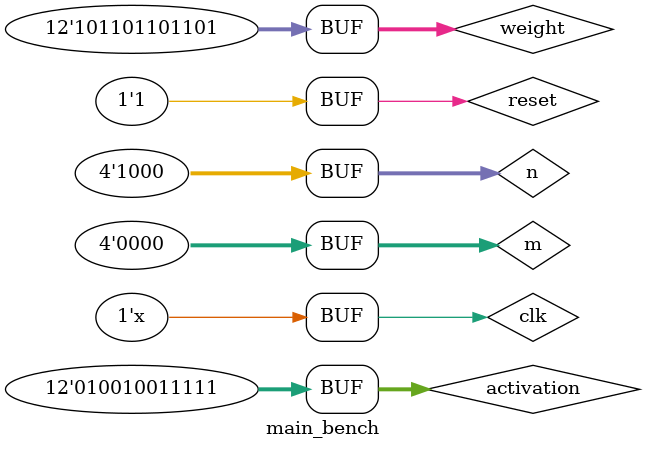
<source format=v>
`timescale 1ns / 1ps


module main_bench();
reg clk,reset;
reg [3:0] n,m;
reg [11:0] activation,weight;

wire [11:0] featureMap;

main main1(
    .clk(clk),
    .reset(reset),
    .n(n),
    .m(m),
    .activation(activation),
    .weight(weight),
    .featureMap(featureMap)
);

initial clk=1;
always #1 clk<=~clk;

initial
begin 
     reset<=1'b0;    weight<=12'b1011_0110_1101;     activation<=12'b0100_1001_1111;    n<=4'b1000;   m<=4'b0000;
     #2  reset<=1'b1;
end

endmodule

</source>
